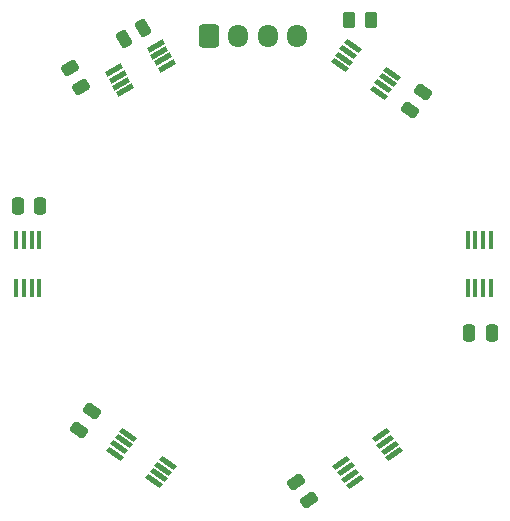
<source format=gbr>
%TF.GenerationSoftware,KiCad,Pcbnew,7.0.10*%
%TF.CreationDate,2024-07-16T17:41:30-07:00*%
%TF.ProjectId,Thermistor Ring,54686572-6d69-4737-946f-722052696e67,rev?*%
%TF.SameCoordinates,Original*%
%TF.FileFunction,Soldermask,Top*%
%TF.FilePolarity,Negative*%
%FSLAX46Y46*%
G04 Gerber Fmt 4.6, Leading zero omitted, Abs format (unit mm)*
G04 Created by KiCad (PCBNEW 7.0.10) date 2024-07-16 17:41:30*
%MOMM*%
%LPD*%
G01*
G04 APERTURE LIST*
G04 Aperture macros list*
%AMRoundRect*
0 Rectangle with rounded corners*
0 $1 Rounding radius*
0 $2 $3 $4 $5 $6 $7 $8 $9 X,Y pos of 4 corners*
0 Add a 4 corners polygon primitive as box body*
4,1,4,$2,$3,$4,$5,$6,$7,$8,$9,$2,$3,0*
0 Add four circle primitives for the rounded corners*
1,1,$1+$1,$2,$3*
1,1,$1+$1,$4,$5*
1,1,$1+$1,$6,$7*
1,1,$1+$1,$8,$9*
0 Add four rect primitives between the rounded corners*
20,1,$1+$1,$2,$3,$4,$5,0*
20,1,$1+$1,$4,$5,$6,$7,0*
20,1,$1+$1,$6,$7,$8,$9,0*
20,1,$1+$1,$8,$9,$2,$3,0*%
%AMRotRect*
0 Rectangle, with rotation*
0 The origin of the aperture is its center*
0 $1 length*
0 $2 width*
0 $3 Rotation angle, in degrees counterclockwise*
0 Add horizontal line*
21,1,$1,$2,0,0,$3*%
G04 Aperture macros list end*
%ADD10RotRect,1.524000X0.457200X145.000000*%
%ADD11RoundRect,0.250000X0.532491X0.067661X0.245703X0.477237X-0.532491X-0.067661X-0.245703X-0.477237X0*%
%ADD12RoundRect,0.250000X-0.020994X0.536362X-0.454006X0.286362X0.020994X-0.536362X0.454006X-0.286362X0*%
%ADD13RoundRect,0.250000X-0.250000X-0.475000X0.250000X-0.475000X0.250000X0.475000X-0.250000X0.475000X0*%
%ADD14RotRect,1.524000X0.457200X325.000000*%
%ADD15RoundRect,0.250000X0.250000X0.475000X-0.250000X0.475000X-0.250000X-0.475000X0.250000X-0.475000X0*%
%ADD16RoundRect,0.250000X0.245703X-0.477237X0.532491X-0.067661X-0.245703X0.477237X-0.532491X0.067661X0*%
%ADD17RotRect,1.524000X0.457200X30.000000*%
%ADD18R,0.457200X1.524000*%
%ADD19RoundRect,0.250000X-0.520961X0.002332X-0.258461X-0.452332X0.520961X-0.002332X0.258461X0.452332X0*%
%ADD20RoundRect,0.250000X0.262500X0.450000X-0.262500X0.450000X-0.262500X-0.450000X0.262500X-0.450000X0*%
%ADD21RoundRect,0.250000X-0.245703X0.477237X-0.532491X0.067661X0.245703X-0.477237X0.532491X-0.067661X0*%
%ADD22RotRect,1.524000X0.457200X215.000000*%
%ADD23RoundRect,0.250000X-0.600000X-0.725000X0.600000X-0.725000X0.600000X0.725000X-0.600000X0.725000X0*%
%ADD24O,1.700000X1.950000*%
G04 APERTURE END LIST*
D10*
%TO.C,U6*%
X65331066Y-75390892D03*
X65703889Y-74858445D03*
X66076715Y-74325995D03*
X66449539Y-73793547D03*
X63099698Y-71447964D03*
X62726875Y-71980411D03*
X62354049Y-72512861D03*
X61981225Y-73045309D03*
%TD*%
D11*
%TO.C,C1*%
X78441053Y-76960124D03*
X77351257Y-75403736D03*
%TD*%
D12*
%TO.C,C3*%
X64409482Y-37007975D03*
X62764034Y-37957975D03*
%TD*%
D13*
%TO.C,C2*%
X53789691Y-52108270D03*
X55689691Y-52108270D03*
%TD*%
D14*
%TO.C,U7*%
X82124310Y-38522819D03*
X81751487Y-39055266D03*
X81378661Y-39587716D03*
X81005837Y-40120164D03*
X84355678Y-42465747D03*
X84728501Y-41933300D03*
X85101327Y-41400850D03*
X85474151Y-40868402D03*
%TD*%
D15*
%TO.C,C6*%
X93904426Y-62792212D03*
X92004426Y-62792212D03*
%TD*%
D16*
%TO.C,C5*%
X58929095Y-71019946D03*
X60018891Y-69463558D03*
%TD*%
D17*
%TO.C,U2*%
X61896282Y-40575584D03*
X62221281Y-41138499D03*
X62546282Y-41701417D03*
X62871281Y-42264332D03*
X66412806Y-40219632D03*
X66087807Y-39656717D03*
X65762806Y-39093799D03*
X65437807Y-38530884D03*
%TD*%
D18*
%TO.C,U5*%
X93816207Y-54962327D03*
X93166209Y-54962327D03*
X92516207Y-54962327D03*
X91866209Y-54962327D03*
X91866209Y-59051727D03*
X92516207Y-59051727D03*
X93166209Y-59051727D03*
X93816207Y-59051727D03*
%TD*%
D19*
%TO.C,R3*%
X58199024Y-40410103D03*
X59111524Y-41990599D03*
%TD*%
D20*
%TO.C,R2*%
X81846153Y-36356930D03*
X83671153Y-36356930D03*
%TD*%
D21*
%TO.C,C4*%
X88093928Y-42426502D03*
X87004132Y-43982890D03*
%TD*%
D18*
%TO.C,U3*%
X53639195Y-54915542D03*
X54289193Y-54915542D03*
X54939195Y-54915542D03*
X55589193Y-54915542D03*
X55589193Y-59004942D03*
X54939195Y-59004942D03*
X54289193Y-59004942D03*
X53639195Y-59004942D03*
%TD*%
D22*
%TO.C,U4*%
X85626557Y-73084126D03*
X85253733Y-72551678D03*
X84880907Y-72019228D03*
X84508084Y-71486781D03*
X81158243Y-73832364D03*
X81531067Y-74364812D03*
X81903893Y-74897262D03*
X82276716Y-75429709D03*
%TD*%
D23*
%TO.C,J1*%
X69932085Y-37702705D03*
D24*
X72432085Y-37702705D03*
X74932085Y-37702705D03*
X77432085Y-37702705D03*
%TD*%
M02*

</source>
